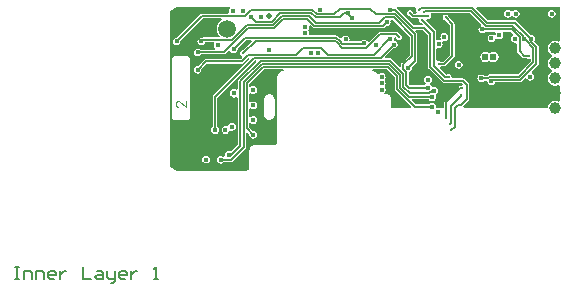
<source format=gbr>
G04 Layer_Physical_Order=2*
G04 Layer_Color=36540*
%FSLAX45Y45*%
%MOMM*%
%TF.FileFunction,Copper,L2,Inr,Signal*%
%TF.Part,Single*%
%TFFileComment,The blind Vias under BGA and Other Pads are Via-In-Pad (VIP)*%
G01*
G75*
%TA.AperFunction,Conductor*%
%ADD34C,0.12700*%
%ADD37C,0.15000*%
%TA.AperFunction,NonConductor*%
%ADD38C,0.10000*%
%ADD39C,0.15000*%
%TA.AperFunction,ViaPad*%
%ADD41C,1.50000*%
%TA.AperFunction,ComponentPad*%
%ADD42C,1.00000*%
%TA.AperFunction,ViaPad*%
%ADD43C,0.61000*%
%ADD44C,0.40100*%
%ADD45C,0.50000*%
%ADD46C,0.45100*%
%ADD47C,0.25000*%
%ADD48C,0.45000*%
G36*
X1421487Y-412616D02*
Y-513437D01*
X1422965Y-520870D01*
X1427175Y-527171D01*
X1558050Y-658046D01*
X1553190Y-669779D01*
X1388965D01*
Y-598610D01*
X1388426Y-597309D01*
X1388701Y-595928D01*
X1386372Y-584222D01*
X1384853Y-581949D01*
X1384320Y-579267D01*
X1377689Y-569344D01*
X1375416Y-567825D01*
X1373896Y-565551D01*
X1363973Y-558920D01*
X1361291Y-558387D01*
X1359018Y-556868D01*
X1347313Y-554540D01*
X1344631Y-555073D01*
X1341949Y-554540D01*
X1333927Y-556135D01*
X1328971Y-544172D01*
X1332323Y-541933D01*
X1339561Y-531100D01*
X1342103Y-518322D01*
X1339561Y-505543D01*
X1335734Y-499816D01*
X1333359Y-490766D01*
X1335734Y-481715D01*
X1339561Y-475988D01*
X1342103Y-463210D01*
X1339561Y-450431D01*
X1332323Y-439599D01*
Y-433610D01*
X1339561Y-422777D01*
X1342103Y-409999D01*
X1339561Y-397220D01*
X1332323Y-386387D01*
X1321490Y-379149D01*
X1308711Y-376607D01*
X1295933Y-379149D01*
X1285100Y-386387D01*
X1284709Y-386973D01*
X1278265Y-387122D01*
X1270141Y-385915D01*
X1270101Y-385871D01*
X1269784Y-384006D01*
X1265020Y-376423D01*
X1263477Y-375328D01*
X1262753Y-373580D01*
X1256419Y-367247D01*
X1254671Y-366523D01*
X1253576Y-364979D01*
X1245991Y-360214D01*
X1244127Y-359898D01*
X1242718Y-358638D01*
X1234264Y-355679D01*
X1232375Y-355785D01*
X1230720Y-354870D01*
X1221819Y-353866D01*
X1232996Y-341187D01*
X1350058D01*
X1421487Y-412616D01*
D02*
G37*
G36*
X24838Y171287D02*
X17599Y160454D01*
X15057Y147676D01*
X16649Y139672D01*
X8784Y126971D01*
X-213209D01*
X-220641Y125493D01*
X-226943Y121282D01*
X-226943Y121282D01*
X-424431Y-76205D01*
X-429371Y-75223D01*
X-442149Y-77764D01*
X-452982Y-85003D01*
X-460221Y-95836D01*
X-462763Y-108614D01*
X-460221Y-121393D01*
X-452982Y-132226D01*
X-442149Y-139464D01*
X-429371Y-142006D01*
X-416593Y-139464D01*
X-405760Y-132226D01*
X-398521Y-121393D01*
X-395979Y-108614D01*
X-396962Y-103674D01*
X-205163Y88125D01*
X-50210D01*
X-47629Y80604D01*
X-47486Y75425D01*
X-61859Y64396D01*
X-62788Y62788D01*
X-64396Y61859D01*
X-76418Y46192D01*
X-76899Y44398D01*
X-78212Y43084D01*
X-85770Y24840D01*
Y22982D01*
X-86699Y21373D01*
X-89276Y1794D01*
X-88795Y0D01*
X-89276Y-1794D01*
X-86699Y-21373D01*
X-85770Y-22982D01*
Y-24840D01*
X-78212Y-43084D01*
X-76899Y-44398D01*
X-76418Y-46192D01*
X-64396Y-61859D01*
X-70794Y-72795D01*
X-72109Y-74627D01*
X-204806D01*
X-204807Y-74627D01*
X-212240Y-76106D01*
X-212858Y-76518D01*
X-219371Y-75223D01*
X-232150Y-77764D01*
X-242982Y-85003D01*
X-250221Y-95836D01*
X-252763Y-108614D01*
X-250221Y-121393D01*
X-242982Y-132226D01*
X-232150Y-139464D01*
X-219371Y-142006D01*
X-206593Y-139464D01*
X-195760Y-132226D01*
X-188521Y-121393D01*
X-186946Y-113473D01*
X-115090D01*
X-108302Y-126173D01*
X-110438Y-129370D01*
X-112980Y-142149D01*
X-110438Y-154927D01*
X-103719Y-164983D01*
X-104621Y-169138D01*
X-108216Y-177683D01*
X-224820D01*
X-225294Y-176973D01*
X-236127Y-169734D01*
X-248906Y-167192D01*
X-261684Y-169734D01*
X-272517Y-176973D01*
X-279756Y-187806D01*
X-282297Y-200584D01*
X-279756Y-213363D01*
X-272517Y-224195D01*
X-261684Y-231434D01*
X-248906Y-233976D01*
X-236127Y-231434D01*
X-225294Y-224195D01*
X-220172Y-216529D01*
X-28178D01*
X-20745Y-215051D01*
X-14444Y-210840D01*
X12450Y-183947D01*
X26258Y-188099D01*
X32046Y-196761D01*
X42879Y-204000D01*
X55657Y-206541D01*
X68435Y-204000D01*
X79268Y-196761D01*
X86507Y-185928D01*
X89049Y-173150D01*
X88066Y-168209D01*
X159558Y-96717D01*
X203466D01*
X208326Y-108451D01*
X133413Y-183363D01*
X125796Y-184878D01*
X117461Y-190448D01*
X111891Y-198784D01*
X109935Y-208616D01*
X111891Y-218449D01*
X117461Y-226784D01*
X123163Y-230595D01*
X126142Y-241086D01*
X126313Y-245406D01*
X114971Y-256748D01*
X-180511D01*
X-180513Y-256748D01*
X-187946Y-258226D01*
X-194247Y-262437D01*
X-194248Y-262437D01*
X-246516Y-314705D01*
X-251456Y-313723D01*
X-264234Y-316264D01*
X-275067Y-323503D01*
X-282306Y-334336D01*
X-284848Y-347114D01*
X-282306Y-359893D01*
X-275067Y-370725D01*
X-264234Y-377964D01*
X-251456Y-380506D01*
X-238677Y-377964D01*
X-227845Y-370725D01*
X-220606Y-359893D01*
X-218064Y-347114D01*
X-219047Y-342174D01*
X-172468Y-295594D01*
X123017D01*
X130450Y-294115D01*
X136751Y-289905D01*
X180138Y-246518D01*
X182289Y-246945D01*
X186469Y-260726D01*
X-117284Y-564479D01*
X-121495Y-570780D01*
X-122973Y-578213D01*
Y-831383D01*
X-127161Y-834182D01*
X-134400Y-845015D01*
X-136942Y-857793D01*
X-134400Y-870572D01*
X-127161Y-881405D01*
X-116328Y-888643D01*
X-103550Y-891185D01*
X-90771Y-888643D01*
X-79939Y-881405D01*
X-72700Y-870572D01*
X-70158Y-857793D01*
X-72700Y-845015D01*
X-79939Y-834182D01*
X-84127Y-831383D01*
Y-586259D01*
X233891Y-268241D01*
X240168Y-269076D01*
X244713Y-282492D01*
X93415Y-433790D01*
X89204Y-440091D01*
X87726Y-447524D01*
Y-510758D01*
X75026Y-517546D01*
X72033Y-515547D01*
X58299Y-512815D01*
X44565Y-515547D01*
X32921Y-523327D01*
X25141Y-534970D01*
X22409Y-548704D01*
X25141Y-562439D01*
X32921Y-574082D01*
X44565Y-581862D01*
X58299Y-584594D01*
X72033Y-581862D01*
X75026Y-579862D01*
X87726Y-586651D01*
Y-982810D01*
X30291Y-1040244D01*
X24310Y-1036248D01*
X11532Y-1033706D01*
X-1247Y-1036248D01*
X-12080Y-1043486D01*
X-19318Y-1054319D01*
X-21860Y-1067098D01*
X-21226Y-1070288D01*
X-31099Y-1083364D01*
X-34133Y-1083645D01*
X-41397Y-1078791D01*
X-54176Y-1076249D01*
X-66954Y-1078791D01*
X-77787Y-1086029D01*
X-85026Y-1096862D01*
X-87568Y-1109640D01*
X-85026Y-1122419D01*
X-77787Y-1133252D01*
X-66954Y-1140490D01*
X-54176Y-1143032D01*
X-41397Y-1140490D01*
X-30565Y-1133252D01*
X-30231Y-1132753D01*
X-8970D01*
X-8127Y-1132921D01*
X30751D01*
X38184Y-1131442D01*
X44485Y-1127232D01*
X153582Y-1018135D01*
X153583Y-1018134D01*
X157793Y-1011833D01*
X159272Y-1004400D01*
X159272Y-1004399D01*
Y-881319D01*
X171005Y-876459D01*
X188220Y-893674D01*
X187237Y-898614D01*
X189779Y-911393D01*
X197018Y-922225D01*
X207850Y-929464D01*
X220629Y-932006D01*
X233407Y-929464D01*
X244240Y-922225D01*
X251479Y-911393D01*
X254021Y-898614D01*
X251479Y-885836D01*
X244240Y-875003D01*
X233407Y-867764D01*
X220629Y-865223D01*
X215689Y-866205D01*
X184672Y-835189D01*
Y-801609D01*
X195183Y-797877D01*
X197372Y-797462D01*
X207850Y-804464D01*
X220629Y-807006D01*
X233407Y-804464D01*
X244240Y-797225D01*
X251479Y-786393D01*
X254021Y-773614D01*
X251479Y-760836D01*
X244240Y-750003D01*
X233407Y-742764D01*
X220629Y-740223D01*
X207850Y-742764D01*
X197372Y-749766D01*
X195183Y-749351D01*
X184672Y-745620D01*
Y-676609D01*
X195183Y-672877D01*
X197372Y-672462D01*
X207850Y-679464D01*
X220629Y-682006D01*
X233407Y-679464D01*
X244240Y-672225D01*
X251479Y-661393D01*
X254021Y-648614D01*
X251479Y-635836D01*
X244240Y-625003D01*
X233407Y-617764D01*
X220629Y-615223D01*
X207850Y-617764D01*
X197372Y-624766D01*
X195183Y-624351D01*
X184672Y-620620D01*
Y-552160D01*
X186736Y-550489D01*
X197372Y-546534D01*
X205054Y-551668D01*
X217833Y-554209D01*
X230611Y-551668D01*
X241444Y-544429D01*
X248683Y-533596D01*
X251225Y-520818D01*
X248683Y-508039D01*
X241444Y-497207D01*
X230611Y-489968D01*
X217833Y-487426D01*
X205054Y-489968D01*
X197372Y-495101D01*
X186736Y-491147D01*
X184672Y-489476D01*
Y-469312D01*
X312796Y-341187D01*
X467003D01*
X478179Y-353866D01*
X469279Y-354870D01*
X467625Y-355785D01*
X465737Y-355679D01*
X457282Y-358638D01*
X455871Y-359898D01*
X454006Y-360215D01*
X446423Y-364980D01*
X445328Y-366523D01*
X443581Y-367247D01*
X437247Y-373580D01*
X436523Y-375327D01*
X434981Y-376421D01*
X430215Y-384005D01*
X429898Y-385870D01*
X428637Y-387281D01*
X425678Y-395736D01*
X425785Y-397625D01*
X424869Y-399281D01*
X423867Y-408181D01*
X424134Y-409108D01*
X423764Y-409999D01*
Y-959089D01*
X423068Y-965265D01*
X421318Y-970267D01*
X418500Y-974753D01*
X414753Y-978499D01*
X410266Y-981318D01*
X405264Y-983069D01*
X399088Y-983765D01*
X240000D01*
X239110Y-984134D01*
X238184Y-983867D01*
X229283Y-984869D01*
X227626Y-985785D01*
X225735Y-985678D01*
X217282Y-988637D01*
X215872Y-989897D01*
X214007Y-990214D01*
X206423Y-994979D01*
X205328Y-996522D01*
X203580Y-997246D01*
X197246Y-1003579D01*
X196522Y-1005328D01*
X194979Y-1006424D01*
X190214Y-1014009D01*
X189897Y-1015873D01*
X188637Y-1017283D01*
X185679Y-1025737D01*
X185785Y-1027626D01*
X184870Y-1029282D01*
X183867Y-1038182D01*
X184134Y-1039109D01*
X183765Y-1040000D01*
Y-1179088D01*
X183069Y-1185265D01*
X181319Y-1190265D01*
X178499Y-1194753D01*
X174752Y-1198500D01*
X170266Y-1201319D01*
X165264Y-1203069D01*
X159088Y-1203766D01*
X-425650D01*
X-483766Y-1170211D01*
X-483765Y150212D01*
X-425650Y183765D01*
X20652D01*
X24838Y171287D01*
D02*
G37*
G36*
X1701108Y-56983D02*
Y-325345D01*
X1702587Y-332778D01*
X1706797Y-339079D01*
X1823002Y-455284D01*
X1823003Y-455284D01*
X1829304Y-459495D01*
X1836737Y-460973D01*
X1836738Y-460973D01*
X1986634D01*
X1994587Y-470504D01*
X1992305Y-476852D01*
X1989462Y-481460D01*
X1980907Y-483162D01*
X1974450Y-487477D01*
X1973658D01*
X1966225Y-488955D01*
X1959924Y-493166D01*
X1842036Y-611054D01*
X1837825Y-617355D01*
X1836347Y-624788D01*
Y-669779D01*
X1774458D01*
X1767008Y-660701D01*
X1764466Y-647923D01*
X1757228Y-637090D01*
X1746395Y-629852D01*
X1733617Y-627310D01*
X1720838Y-629852D01*
X1710005Y-637090D01*
X1707207Y-641279D01*
X1596220D01*
X1561311Y-606370D01*
X1566171Y-594636D01*
X1705185D01*
X1710005Y-601850D01*
X1720838Y-609089D01*
X1733617Y-611631D01*
X1746395Y-609089D01*
X1757228Y-601850D01*
X1764466Y-591018D01*
X1767008Y-578239D01*
X1764466Y-565461D01*
X1770083Y-551007D01*
X1773084Y-549001D01*
X1780323Y-538168D01*
X1782865Y-525389D01*
X1780323Y-512611D01*
X1773084Y-501778D01*
X1762251Y-494540D01*
X1749473Y-491998D01*
X1744024Y-493082D01*
X1731041Y-487101D01*
X1723802Y-476268D01*
X1720459Y-474034D01*
Y-458760D01*
X1723921Y-456446D01*
X1731160Y-445613D01*
X1733701Y-432835D01*
X1731160Y-420056D01*
X1723921Y-409223D01*
X1713088Y-401985D01*
X1700310Y-399443D01*
X1687531Y-401985D01*
X1676698Y-409223D01*
X1669460Y-420056D01*
X1666918Y-432835D01*
X1669460Y-445613D01*
X1676698Y-456446D01*
X1679179Y-458103D01*
X1679899Y-470615D01*
X1670074Y-480551D01*
X1547084D01*
X1536533Y-470000D01*
Y-369230D01*
X1535415Y-363612D01*
X1546508Y-361406D01*
X1557341Y-354167D01*
X1564579Y-343335D01*
X1567121Y-330556D01*
X1566138Y-325616D01*
X1603344Y-288410D01*
X1607554Y-282109D01*
X1609032Y-274676D01*
Y-49245D01*
X1607554Y-41812D01*
X1603344Y-35510D01*
X1603343Y-35510D01*
X1592031Y-24198D01*
X1596891Y-12464D01*
X1656590D01*
X1701108Y-56983D01*
D02*
G37*
G36*
X2813765Y-103790D02*
X2802565Y-109777D01*
X2800029Y-108083D01*
X2775565Y-103217D01*
X2751100Y-108083D01*
X2730361Y-121941D01*
X2716503Y-142681D01*
X2711636Y-167145D01*
X2716503Y-191609D01*
X2730361Y-212349D01*
X2747182Y-223589D01*
X2747540Y-224637D01*
Y-236653D01*
X2747182Y-237701D01*
X2730361Y-248941D01*
X2716503Y-269681D01*
X2711636Y-294145D01*
X2716503Y-318609D01*
X2730361Y-339349D01*
X2747182Y-350589D01*
X2747540Y-351637D01*
Y-363653D01*
X2747182Y-364701D01*
X2730361Y-375941D01*
X2716503Y-396681D01*
X2711636Y-421145D01*
X2716503Y-445609D01*
X2730361Y-466349D01*
X2751100Y-480207D01*
X2775565Y-485073D01*
X2800029Y-480207D01*
X2802564Y-478513D01*
X2813765Y-484500D01*
Y-611790D01*
X2802564Y-617777D01*
X2800029Y-616083D01*
X2775565Y-611217D01*
X2751100Y-616083D01*
X2730361Y-629941D01*
X2716503Y-650681D01*
X2712704Y-669779D01*
X2005087D01*
X1998875Y-657079D01*
X2001138Y-653693D01*
X2002653Y-646076D01*
X2042940Y-605789D01*
X2042941Y-605788D01*
X2047151Y-599487D01*
X2048629Y-592054D01*
Y-475777D01*
X2048630Y-475776D01*
X2047151Y-468343D01*
X2042941Y-462041D01*
X2042940Y-462041D01*
X2008715Y-427816D01*
X2002414Y-423605D01*
X1994981Y-422127D01*
X1910230D01*
X1899694Y-410000D01*
X1897738Y-400167D01*
X1892168Y-391832D01*
X1883833Y-386262D01*
X1874000Y-384306D01*
X1864167Y-386262D01*
X1859465Y-389404D01*
X1853964D01*
X1800327Y-335767D01*
X1801240Y-328849D01*
X1803825Y-321305D01*
X1808540Y-318154D01*
X1835608D01*
X1843041Y-316676D01*
X1849342Y-312465D01*
X1918616Y-243192D01*
X1922826Y-236891D01*
X1924305Y-229458D01*
Y37799D01*
X1924305Y37800D01*
X1922826Y45233D01*
X1918616Y51535D01*
X1873798Y96353D01*
X1872283Y103970D01*
X1866713Y112305D01*
X1858377Y117875D01*
X1848545Y119831D01*
X1838712Y117875D01*
X1830377Y112305D01*
X1824807Y103970D01*
X1822851Y94137D01*
X1824807Y84304D01*
X1830377Y75969D01*
X1838712Y70399D01*
X1846329Y68884D01*
X1885458Y29755D01*
Y-221412D01*
X1827562Y-279308D01*
X1808540D01*
X1802083Y-274993D01*
X1792250Y-273038D01*
X1782417Y-274993D01*
X1782179Y-275153D01*
X1769479Y-268364D01*
Y-170010D01*
X1782179Y-162756D01*
X1791487Y-164608D01*
X1804266Y-162066D01*
X1815098Y-154827D01*
X1822337Y-143995D01*
X1824879Y-131216D01*
X1822337Y-118438D01*
X1818667Y-112946D01*
X1819792Y-110636D01*
X1827064Y-102653D01*
X1836756Y-104580D01*
X1849534Y-102039D01*
X1860367Y-94800D01*
X1867605Y-83967D01*
X1870147Y-71189D01*
X1867605Y-58410D01*
X1860367Y-47578D01*
X1849534Y-40339D01*
X1836756Y-37797D01*
X1823977Y-40339D01*
X1813144Y-47578D01*
X1805906Y-58410D01*
X1803364Y-71189D01*
X1805906Y-83967D01*
X1809576Y-89459D01*
X1808451Y-91769D01*
X1801179Y-99752D01*
X1791487Y-97825D01*
X1782179Y-99676D01*
X1769479Y-92422D01*
Y-26417D01*
X1767911Y-18535D01*
X1763446Y-11854D01*
X1683382Y68211D01*
X1683293Y68500D01*
X1687266Y82287D01*
X1691975Y83360D01*
X1701807Y81404D01*
X1711639Y83360D01*
X1719975Y88930D01*
X1725545Y97265D01*
X1727500Y107098D01*
X1725545Y116931D01*
X1722740Y121128D01*
X1728213Y133672D01*
X1728366Y133828D01*
X2052619D01*
X2149670Y36776D01*
X2145513Y22973D01*
X2136840Y17177D01*
X2129602Y6344D01*
X2127060Y-6434D01*
X2129602Y-19213D01*
X2136840Y-30045D01*
X2147673Y-37284D01*
X2160452Y-39826D01*
X2173230Y-37284D01*
X2184063Y-30045D01*
X2186862Y-25857D01*
X2269353D01*
X2276044Y-38557D01*
X2272499Y-43862D01*
X2271088Y-50955D01*
X2268497Y-52820D01*
X2257920Y-56268D01*
X2250088Y-51035D01*
X2237309Y-48493D01*
X2224531Y-51035D01*
X2213698Y-58273D01*
X2206459Y-69106D01*
X2203918Y-81885D01*
X2206459Y-94663D01*
X2213698Y-105496D01*
X2224531Y-112734D01*
X2237309Y-115276D01*
X2250088Y-112734D01*
X2260921Y-105496D01*
X2268159Y-94663D01*
X2269570Y-87570D01*
X2272161Y-85705D01*
X2282738Y-82257D01*
X2290571Y-87491D01*
X2303349Y-90033D01*
X2316128Y-87491D01*
X2326961Y-80252D01*
X2334199Y-69419D01*
X2336741Y-56641D01*
X2334199Y-43862D01*
X2330654Y-38557D01*
X2337346Y-25857D01*
X2403070D01*
X2420809Y-43597D01*
X2417732Y-58480D01*
X2411818Y-62432D01*
X2404579Y-73265D01*
X2402038Y-86044D01*
X2404579Y-98822D01*
X2411818Y-109655D01*
X2422651Y-116893D01*
X2435429Y-119435D01*
X2442406Y-118047D01*
X2455106Y-126396D01*
Y-191854D01*
X2456585Y-199287D01*
X2460795Y-205588D01*
X2498884Y-243677D01*
X2505185Y-247887D01*
X2512618Y-249366D01*
X2536867D01*
X2543324Y-253680D01*
X2553157Y-255636D01*
X2560074Y-254260D01*
X2569376Y-259383D01*
X2572774Y-262417D01*
Y-276861D01*
X2462358Y-387277D01*
X2218194D01*
X2210761Y-388755D01*
X2204460Y-392966D01*
X2196795Y-400631D01*
X2176586D01*
X2173788Y-396443D01*
X2162955Y-389204D01*
X2150177Y-386662D01*
X2137398Y-389204D01*
X2126565Y-396443D01*
X2119327Y-407276D01*
X2116785Y-420054D01*
X2119327Y-432833D01*
X2126565Y-443665D01*
X2137398Y-450904D01*
X2150177Y-453446D01*
X2162955Y-450904D01*
X2173788Y-443665D01*
X2176586Y-439477D01*
X2195809D01*
X2200998Y-445800D01*
X2203540Y-458578D01*
X2210779Y-469411D01*
X2221612Y-476650D01*
X2234390Y-479192D01*
X2247168Y-476650D01*
X2258001Y-469411D01*
X2265240Y-458578D01*
X2266643Y-451523D01*
X2480924D01*
X2488357Y-450045D01*
X2494658Y-445834D01*
X2521096Y-419397D01*
X2535548Y-422905D01*
X2540236Y-429920D01*
X2551069Y-437158D01*
X2563847Y-439700D01*
X2576626Y-437158D01*
X2587458Y-429920D01*
X2594697Y-419087D01*
X2597239Y-406309D01*
X2594697Y-393530D01*
X2587458Y-382697D01*
X2580443Y-378010D01*
X2576935Y-363557D01*
X2631331Y-309161D01*
X2635542Y-302860D01*
X2637020Y-295427D01*
Y-155962D01*
X2637020Y-155961D01*
X2635542Y-148528D01*
X2631331Y-142227D01*
X2631331Y-142226D01*
X2596407Y-107302D01*
X2602735Y-97831D01*
X2605276Y-85053D01*
X2602735Y-72274D01*
X2595496Y-61442D01*
X2584663Y-54203D01*
X2571885Y-51661D01*
X2566945Y-52644D01*
X2449360Y64940D01*
X2443059Y69150D01*
X2435626Y70629D01*
X2208536D01*
X2107134Y172032D01*
X2111994Y183765D01*
X2813765D01*
X2813765Y-103790D01*
D02*
G37*
G36*
X1600477Y171065D02*
X1598498Y168102D01*
X1596542Y158269D01*
X1598498Y148437D01*
X1604067Y140101D01*
X1605403Y139209D01*
X1601550Y126509D01*
X1579402D01*
X1572221Y133690D01*
X1570706Y141307D01*
X1565137Y149642D01*
X1556801Y155212D01*
X1546968Y157168D01*
X1537136Y155212D01*
X1528800Y149642D01*
X1523231Y141307D01*
X1521275Y131474D01*
X1523231Y121641D01*
X1528800Y113306D01*
X1537136Y107736D01*
X1544753Y106221D01*
X1557622Y93352D01*
X1563923Y89141D01*
X1571357Y87663D01*
X1611859D01*
X1621862Y74963D01*
X1621762Y74459D01*
X1623718Y64626D01*
X1629287Y56291D01*
X1637623Y50721D01*
X1643859Y49481D01*
X1654257Y39082D01*
X1648997Y26382D01*
X1577372D01*
X1432689Y171065D01*
X1435286Y180625D01*
X1437506Y183765D01*
X1593914D01*
X1600477Y171065D01*
D02*
G37*
G36*
X1544786Y-67811D02*
Y-220788D01*
X1476539Y-289036D01*
X1472329Y-295337D01*
X1470850Y-302770D01*
Y-318607D01*
X1459117Y-323467D01*
X1392879Y-257230D01*
X1386578Y-253020D01*
X1379145Y-251541D01*
X1337729D01*
X1332869Y-239808D01*
X1405500Y-167177D01*
X1410440Y-168159D01*
X1423219Y-165618D01*
X1434052Y-158379D01*
X1441290Y-147546D01*
X1443832Y-134768D01*
X1441290Y-121989D01*
X1434052Y-111156D01*
X1423219Y-103918D01*
X1410565Y-101401D01*
X1412560Y-91370D01*
X1410938Y-83216D01*
X1418318Y-72207D01*
X1419945Y-70955D01*
X1427969Y-70044D01*
X1430323Y-72398D01*
X1431838Y-80015D01*
X1437408Y-88350D01*
X1445744Y-93920D01*
X1455576Y-95876D01*
X1465409Y-93920D01*
X1473744Y-88350D01*
X1479314Y-80015D01*
X1481270Y-70182D01*
X1479314Y-60350D01*
X1473744Y-52014D01*
X1465409Y-46444D01*
X1457792Y-44929D01*
X1445312Y-32450D01*
X1439011Y-28239D01*
X1431578Y-26761D01*
X1294506D01*
X1287073Y-28239D01*
X1280772Y-32450D01*
X1202778Y-110444D01*
X1187895Y-107366D01*
X1183943Y-101452D01*
X1173110Y-94213D01*
X1160331Y-91672D01*
X1147553Y-94213D01*
X1136720Y-101452D01*
X1131578Y-109148D01*
X1042463D01*
X1034115Y-96448D01*
X1035502Y-89471D01*
X1032961Y-76693D01*
X1025722Y-65860D01*
X1014889Y-58621D01*
X1002111Y-56079D01*
X989332Y-58621D01*
X978499Y-65860D01*
X971261Y-76693D01*
X970989Y-78060D01*
X957209Y-82240D01*
X938529Y-63560D01*
X932227Y-59350D01*
X924794Y-57871D01*
X700981D01*
X692633Y-45171D01*
X694020Y-38194D01*
X691479Y-25416D01*
X688563Y-21052D01*
X685273Y-11624D01*
X688563Y-2197D01*
X691479Y2167D01*
X694020Y14946D01*
X692169Y24253D01*
X703439Y30945D01*
X724649Y9734D01*
X730950Y5524D01*
X738383Y4045D01*
X1321242D01*
X1328675Y5524D01*
X1334976Y9734D01*
X1345226Y19984D01*
X1350166Y19001D01*
X1362945Y21543D01*
X1373778Y28782D01*
X1381016Y39615D01*
X1383558Y52393D01*
X1381607Y62202D01*
X1388626Y74902D01*
X1402073D01*
X1544786Y-67811D01*
D02*
G37*
%LPC*%
G36*
X-179371Y-1075223D02*
X-192149Y-1077764D01*
X-202982Y-1085003D01*
X-210221Y-1095836D01*
X-212763Y-1108614D01*
X-210221Y-1121393D01*
X-202982Y-1132226D01*
X-192149Y-1139464D01*
X-179371Y-1142006D01*
X-166593Y-1139464D01*
X-155760Y-1132226D01*
X-148521Y-1121393D01*
X-145979Y-1108614D01*
X-148521Y-1095836D01*
X-155760Y-1085003D01*
X-166593Y-1077764D01*
X-179371Y-1075223D01*
D02*
G37*
G36*
X-333100Y-234235D02*
X-452196D01*
X-461916Y-238261D01*
X-465942Y-247982D01*
Y-758800D01*
X-461916Y-768520D01*
X-452196Y-772546D01*
X-333100D01*
X-323380Y-768520D01*
X-319354Y-758800D01*
Y-247982D01*
X-323380Y-238261D01*
X-333100Y-234235D01*
D02*
G37*
G36*
X39884Y-797470D02*
X27105Y-800012D01*
X16272Y-807250D01*
X9034Y-818083D01*
X8882Y-818845D01*
X-2102Y-826780D01*
X-14880Y-824239D01*
X-27659Y-826780D01*
X-38491Y-834019D01*
X-45730Y-844852D01*
X-48272Y-857630D01*
X-45730Y-870409D01*
X-38491Y-881242D01*
X-27659Y-888480D01*
X-14880Y-891022D01*
X-2102Y-888480D01*
X8731Y-881242D01*
X15970Y-870409D01*
X16121Y-869646D01*
X27105Y-861711D01*
X39884Y-864253D01*
X52662Y-861711D01*
X63495Y-854473D01*
X70733Y-843640D01*
X73275Y-830861D01*
X70733Y-818083D01*
X63495Y-807250D01*
X52662Y-800012D01*
X39884Y-797470D01*
D02*
G37*
G36*
X359312Y-554540D02*
X356630Y-555073D01*
X353948Y-554540D01*
X342243Y-556868D01*
X339970Y-558387D01*
X337288Y-558920D01*
X327365Y-565551D01*
X325846Y-567824D01*
X323572Y-569344D01*
X316941Y-579267D01*
X316408Y-581949D01*
X314889Y-584222D01*
X312560Y-595928D01*
X312835Y-597309D01*
X312296Y-598610D01*
Y-728609D01*
X312835Y-729910D01*
X312560Y-731291D01*
X314889Y-742997D01*
X316408Y-745270D01*
X316941Y-747952D01*
X323572Y-757875D01*
X325845Y-759394D01*
X327365Y-761668D01*
X337288Y-768299D01*
X339970Y-768832D01*
X342243Y-770351D01*
X353948Y-772679D01*
X356630Y-772146D01*
X359312Y-772679D01*
X371018Y-770351D01*
X373291Y-768832D01*
X375973Y-768299D01*
X385896Y-761668D01*
X387415Y-759395D01*
X389689Y-757875D01*
X396320Y-747952D01*
X396853Y-745270D01*
X398372Y-742997D01*
X400700Y-731291D01*
X400426Y-729910D01*
X400965Y-728609D01*
Y-598610D01*
X400426Y-597309D01*
X400700Y-595928D01*
X398372Y-584222D01*
X396853Y-581949D01*
X396320Y-579267D01*
X389689Y-569344D01*
X387416Y-567825D01*
X385896Y-565551D01*
X375973Y-558920D01*
X373291Y-558387D01*
X371018Y-556868D01*
X359312Y-554540D01*
D02*
G37*
G36*
X2746519Y160149D02*
X2733740Y157607D01*
X2722907Y150369D01*
X2715669Y139536D01*
X2713127Y126757D01*
X2715669Y113979D01*
X2722907Y103146D01*
X2733740Y95908D01*
X2746519Y93366D01*
X2759297Y95908D01*
X2770130Y103146D01*
X2777368Y113979D01*
X2779910Y126757D01*
X2777368Y139536D01*
X2770130Y150369D01*
X2759297Y157607D01*
X2746519Y160149D01*
D02*
G37*
G36*
X2441263Y160147D02*
X2428484Y157605D01*
X2417651Y150367D01*
X2416865Y149190D01*
X2401762Y148933D01*
X2390930Y156171D01*
X2378151Y158713D01*
X2365373Y156171D01*
X2354540Y148933D01*
X2347301Y138100D01*
X2344760Y125321D01*
X2347301Y112543D01*
X2354540Y101710D01*
X2365373Y94471D01*
X2378151Y91930D01*
X2390930Y94471D01*
X2401763Y101710D01*
X2402549Y102887D01*
X2417652Y103144D01*
X2428484Y95906D01*
X2441263Y93364D01*
X2454041Y95906D01*
X2464874Y103144D01*
X2472112Y113977D01*
X2474654Y126756D01*
X2472112Y139534D01*
X2464874Y150367D01*
X2454041Y157605D01*
X2441263Y160147D01*
D02*
G37*
G36*
X2253200Y-195054D02*
X2236344Y-198407D01*
X2222055Y-207955D01*
X2216395D01*
X2202106Y-198407D01*
X2185250Y-195054D01*
X2168394Y-198407D01*
X2154105Y-207955D01*
X2144557Y-222244D01*
X2141204Y-239100D01*
X2144557Y-255956D01*
X2154105Y-270245D01*
X2168394Y-279793D01*
X2185250Y-283146D01*
X2202106Y-279793D01*
X2216395Y-270245D01*
X2222055D01*
X2236344Y-279793D01*
X2253200Y-283146D01*
X2270056Y-279793D01*
X2284345Y-270245D01*
X2293893Y-255956D01*
X2297246Y-239100D01*
X2293893Y-222244D01*
X2284345Y-207955D01*
X2270056Y-198407D01*
X2253200Y-195054D01*
D02*
G37*
G36*
X1959635Y-272912D02*
X1946856Y-275454D01*
X1936023Y-282692D01*
X1928785Y-293525D01*
X1926243Y-306303D01*
X1928785Y-319082D01*
X1936023Y-329915D01*
X1946856Y-337153D01*
X1959635Y-339695D01*
X1972413Y-337153D01*
X1983246Y-329915D01*
X1990484Y-319082D01*
X1993026Y-306303D01*
X1990484Y-293525D01*
X1983246Y-282692D01*
X1972413Y-275454D01*
X1959635Y-272912D01*
D02*
G37*
%LPD*%
D34*
X-245428Y-197106D02*
X-28178D01*
X176428Y7500D01*
X-248906Y-200584D02*
X-245428Y-197106D01*
X375163Y58300D02*
X450908Y134046D01*
X385684Y32900D02*
X461429Y108646D01*
X396205Y7500D02*
X471950Y83246D01*
X2515076Y-85193D02*
Y-74474D01*
X2435626Y51206D02*
X2571885Y-85053D01*
X2414796Y25806D02*
X2515076Y-74474D01*
X2200491Y51206D02*
X2435626D01*
X2571885Y-110249D02*
Y-85053D01*
X2160452Y-6434D02*
X2411115D01*
X2188109Y25806D02*
X2414796D01*
X1730591Y-575213D02*
X1733617Y-578239D01*
X1538607Y-575213D02*
X1730591D01*
X1431578Y-46184D02*
X1455576Y-70182D01*
X1294506Y-46184D02*
X1431578D01*
X1176527Y-164163D02*
X1294506Y-46184D01*
X852308Y-219425D02*
X1243503D01*
X229099Y-245564D02*
X1299644D01*
X283709Y-270964D02*
X1379145D01*
X294230Y-296364D02*
X1368624D01*
X304751Y-321764D02*
X1358103D01*
X975263Y-164163D02*
X1176527D01*
X1371558Y-91370D02*
X1379168D01*
X988409Y129283D02*
X1026488D01*
X954737Y95611D02*
X988409Y129283D01*
X748406Y95611D02*
X954737D01*
X953380Y168383D02*
X1211662D01*
X906008Y121011D02*
X953380Y168383D01*
X1904881Y-229458D02*
Y37800D01*
X1835608Y-298731D02*
X1904881Y-229458D01*
X1792250Y-298731D02*
X1835608D01*
X1848545Y94137D02*
X1904881Y37800D01*
X1678531Y107098D02*
X1701807D01*
X1678514Y107081D02*
X1678531Y107098D01*
X1678509Y107086D02*
X1678514Y107081D01*
X1571357Y107086D02*
X1678509D01*
X1546968Y131474D02*
X1571357Y107086D01*
X1243503Y-219425D02*
X1371558Y-91370D01*
X1299644Y-245564D02*
X1410440Y-134768D01*
X1377272Y159770D02*
X1416516D01*
X1569327Y6959D01*
X1420640Y119725D02*
X1589609Y-49245D01*
X1260320Y119725D02*
X1420640D01*
X1410119Y94325D02*
X1564209Y-59765D01*
X1332407Y94325D02*
X1410119D01*
X1286950Y48869D02*
X1332407Y94325D01*
X1211662Y168383D02*
X1260320Y119725D01*
X748904Y48869D02*
X1286950D01*
X1569327Y6959D02*
X1664635D01*
X1720531Y-48937D01*
X1589609Y-274676D02*
Y-49245D01*
X1564209Y-228834D02*
Y-59765D01*
X1720531Y-325345D02*
Y-48937D01*
Y-325345D02*
X1836737Y-441550D01*
X1994981D01*
X2029206Y-475776D01*
Y-592054D02*
Y-475776D01*
X1673528Y153251D02*
X2060664D01*
X1642617Y178651D02*
X2073046D01*
X1490273Y-302770D02*
X1564209Y-228834D01*
X1490273Y-342394D02*
Y-302770D01*
Y-342394D02*
X1517110Y-369230D01*
X2060664Y153251D02*
X2188109Y25806D01*
X2073046Y178651D02*
X2200491Y51206D01*
X1622236Y158269D02*
X1642617Y178651D01*
X1662235Y141959D02*
X1673528Y153251D01*
X2411115Y-6434D02*
X2474529Y-69848D01*
Y-191854D02*
Y-69848D01*
Y-191854D02*
X2512618Y-229942D01*
X2553157D01*
X758927Y121011D02*
X906008D01*
X1533729Y-330556D02*
X1589609Y-274676D01*
X639089Y-163614D02*
X796497D01*
X2150177Y-420054D02*
X2204840D01*
X1588175Y-660702D02*
X1733617D01*
X1539038Y-499974D02*
X1699663D01*
X1977400Y-643860D02*
X2029206Y-592054D01*
X1440910Y-513437D02*
X1588175Y-660702D01*
X1733617D02*
Y-654452D01*
X2592197Y-284906D02*
Y-166482D01*
X2617597Y-295427D02*
Y-155961D01*
X2470403Y-406700D02*
X2592197Y-284906D01*
X2525529Y-99814D02*
X2592197Y-166482D01*
X2480924Y-432100D02*
X2617597Y-295427D01*
X2571885Y-110249D02*
X2617597Y-155961D01*
X1379145Y-270964D02*
X1491710Y-383529D01*
X1368624Y-296364D02*
X1466310Y-394050D01*
X1358103Y-321764D02*
X1440910Y-404571D01*
X-103550Y-578213D02*
X229099Y-245564D01*
X1517110Y-478046D02*
Y-369230D01*
Y-478046D02*
X1539038Y-499974D01*
X1491710Y-492395D02*
Y-383529D01*
X1466310Y-502916D02*
X1538607Y-575213D01*
X1466310Y-502916D02*
Y-394050D01*
X1440910Y-513437D02*
Y-404571D01*
X139849Y-450745D02*
X294230Y-296364D01*
X165249Y-461266D02*
X304751Y-321764D01*
X2248090Y-432100D02*
X2480924D01*
X2234390Y-445800D02*
X2248090Y-432100D01*
X2204840Y-420054D02*
X2218194Y-406700D01*
X2470403D01*
X1927910Y-668420D02*
X1952470Y-643860D01*
X1977400D01*
X1895210Y-654875D02*
X1977400Y-572685D01*
Y-558100D01*
X1897740Y-860000D02*
X1927910Y-829830D01*
X1887860Y-810000D02*
X1895210Y-802650D01*
X1927910Y-829830D02*
Y-668420D01*
X1895210Y-802650D02*
Y-654875D01*
X1973658Y-506900D02*
X1990739D01*
X1855770Y-624788D02*
X1973658Y-506900D01*
X1855770Y-760000D02*
Y-624788D01*
X-251456Y-347114D02*
X-180513Y-276171D01*
X954060Y-107040D02*
Y-106560D01*
X-54176Y-1109640D02*
X-50319Y-1113498D01*
X-48973D01*
X-48805Y-1113330D01*
X-8295D01*
X-8127Y-1113498D01*
X30751D01*
X139849Y-1004400D01*
X11532Y-1067098D02*
X30906D01*
X107149Y-990855D01*
X-204807Y-94050D02*
X38957D01*
X-219371Y-108614D02*
X-204807Y-94050D01*
X-180513Y-276171D02*
X123017D01*
X-103550Y-857793D02*
Y-578213D01*
X-429371Y-108614D02*
X-213209Y107548D01*
X450908Y134046D02*
X709971D01*
X461429Y108646D02*
X689127D01*
X203829Y98296D02*
X243825Y58300D01*
X375163D01*
X-213209Y107548D02*
X147462D01*
X199360Y159446D01*
X720492D01*
X165907Y32900D02*
X385684D01*
X38957Y-94050D02*
X165907Y32900D01*
X176428Y7500D02*
X396205D01*
X689127Y108646D02*
X748904Y48869D01*
X471950Y83246D02*
X678606D01*
X55657Y-173150D02*
X151513Y-77294D01*
X924794D01*
X954060Y-106560D01*
Y-107040D02*
X975591Y-128571D01*
X928660Y-117561D02*
Y-117081D01*
X135629Y-208616D02*
X241551Y-102694D01*
X914274D01*
X928660Y-117081D01*
X1160331Y-125063D02*
X1163839Y-128571D01*
X107149Y-990855D02*
Y-447524D01*
X283709Y-270964D01*
X139849Y-1004400D02*
Y-450745D01*
X165249Y-843234D02*
X220629Y-898614D01*
X165249Y-843234D02*
Y-461266D01*
X582539Y-220164D02*
X639089Y-163614D01*
X123017Y-276171D02*
X179023Y-220164D01*
X582539D01*
X720492Y159446D02*
X758927Y121011D01*
X709971Y134046D02*
X748406Y95611D01*
X928660Y-117561D02*
X975263Y-164163D01*
X796497Y-163614D02*
X852308Y-219425D01*
X1321242Y23469D02*
X1350166Y52393D01*
X678606Y83246D02*
X738383Y23469D01*
X1321242D01*
X1026488Y120636D02*
Y129283D01*
Y120636D02*
X1059155Y87969D01*
X1491710Y-492395D02*
X1543854Y-544539D01*
X1711971D01*
X1731121Y-525389D02*
X1749473D01*
X1711971Y-544539D02*
X1731121Y-525389D01*
X975591Y-128571D02*
X1163839D01*
D37*
X1748883Y-313450D02*
Y-26417D01*
X1648068Y74398D02*
X1748883Y-26417D01*
X1647516Y74398D02*
X1648068D01*
X1647455Y74459D02*
X1647516Y74398D01*
X1845433Y-410000D02*
X1874000D01*
X1748883Y-313450D02*
X1845433Y-410000D01*
D38*
X-353395Y-611466D02*
Y-664782D01*
X-406711Y-611466D01*
X-420041D01*
X-433369Y-624795D01*
Y-651453D01*
X-420041Y-664782D01*
D39*
X-1800569Y-2022042D02*
X-1767247D01*
X-1783908D01*
Y-2122009D01*
X-1800569D01*
X-1767247D01*
X-1717263D02*
Y-2055364D01*
X-1667279D01*
X-1650618Y-2072026D01*
Y-2122009D01*
X-1617295D02*
Y-2055364D01*
X-1567311D01*
X-1550650Y-2072026D01*
Y-2122009D01*
X-1467344D02*
X-1500666D01*
X-1517327Y-2105348D01*
Y-2072026D01*
X-1500666Y-2055364D01*
X-1467344D01*
X-1450682Y-2072026D01*
Y-2088687D01*
X-1517327D01*
X-1417360Y-2055364D02*
Y-2122009D01*
Y-2088687D01*
X-1400698Y-2072026D01*
X-1384037Y-2055364D01*
X-1367376D01*
X-1217424Y-2022042D02*
Y-2122009D01*
X-1150779D01*
X-1100795Y-2055364D02*
X-1067472D01*
X-1050811Y-2072026D01*
Y-2122009D01*
X-1100795D01*
X-1117456Y-2105348D01*
X-1100795Y-2088687D01*
X-1050811D01*
X-1017488Y-2055364D02*
Y-2105348D01*
X-1000827Y-2122009D01*
X-950843D01*
Y-2138671D01*
X-967505Y-2155332D01*
X-984166D01*
X-950843Y-2122009D02*
Y-2055364D01*
X-867537Y-2122009D02*
X-900859D01*
X-917521Y-2105348D01*
Y-2072026D01*
X-900859Y-2055364D01*
X-867537D01*
X-850876Y-2072026D01*
Y-2088687D01*
X-917521D01*
X-817553Y-2055364D02*
Y-2122009D01*
Y-2088687D01*
X-800891Y-2072026D01*
X-784230Y-2055364D01*
X-767569D01*
X-617617Y-2122009D02*
X-584295D01*
X-600956D01*
Y-2022042D01*
X-617617Y-2038703D01*
D41*
X0Y0D02*
D03*
D42*
X2775565Y-167145D02*
D03*
Y-294145D02*
D03*
Y-421145D02*
D03*
Y-548145D02*
D03*
Y-675145D02*
D03*
D43*
X2253200Y-239100D02*
D03*
X2185250D02*
D03*
D44*
X5629Y-222019D02*
D03*
X134100Y151300D02*
D03*
X308700Y-478600D02*
D03*
X660629Y14946D02*
D03*
Y-38194D02*
D03*
X2515076Y-85193D02*
D03*
X2435429Y-86044D02*
D03*
X2571885Y-85053D02*
D03*
X2303349Y-56641D02*
D03*
X2281452Y-121329D02*
D03*
X1485221Y164631D02*
D03*
X1260200Y-142363D02*
D03*
X1379168Y-91370D02*
D03*
X1026488Y129283D02*
D03*
X1862215Y-131216D02*
D03*
X1410440Y-134768D02*
D03*
X1377272Y159770D02*
D03*
X1350166Y52393D02*
D03*
X1791487Y-131216D02*
D03*
X2160452Y-6434D02*
D03*
X2378151Y125321D02*
D03*
X2441263Y126756D02*
D03*
X1533729Y-330556D02*
D03*
X711369Y-205304D02*
D03*
X2150177Y-420054D02*
D03*
X1787683Y-709609D02*
D03*
X1733617Y-660702D02*
D03*
X1160331Y-125063D02*
D03*
X1700310Y-432835D02*
D03*
X2237309Y-81885D02*
D03*
X1836756Y-71189D02*
D03*
X1308711Y-518322D02*
D03*
X2746519Y126757D02*
D03*
X-219371Y-108614D02*
D03*
X-179371Y-1108614D02*
D03*
X48449Y147676D02*
D03*
X1308711Y-463210D02*
D03*
X1959635Y-306303D02*
D03*
X220629Y-773614D02*
D03*
X-251456Y-347114D02*
D03*
X-248906Y-200584D02*
D03*
X-429371Y-108614D02*
D03*
X1080234Y-87075D02*
D03*
X203829Y98296D02*
D03*
X286530Y97400D02*
D03*
X217833Y-520818D02*
D03*
X-54176Y-1109640D02*
D03*
X220629Y-898614D02*
D03*
Y-648614D02*
D03*
X-103550Y-857793D02*
D03*
X-14880Y-857630D02*
D03*
X11532Y-1067098D02*
D03*
X39884Y-830861D02*
D03*
X767720Y-205450D02*
D03*
X1002111Y-89471D02*
D03*
X1053390Y-46364D02*
D03*
X55657Y-173150D02*
D03*
X-79588Y-142149D02*
D03*
X785447Y160111D02*
D03*
X1059155Y87969D02*
D03*
X2234390Y-445800D02*
D03*
X2563847Y-406309D02*
D03*
X1749473Y-525389D02*
D03*
X1700191Y-499880D02*
D03*
X1733617Y-578239D02*
D03*
X1308711Y-409999D02*
D03*
X1752200Y-447500D02*
D03*
D45*
X350629Y106386D02*
D03*
D46*
X2310000Y123000D02*
D03*
X1671000Y-617600D02*
D03*
X2096692Y-360874D02*
D03*
X2394356Y-489311D02*
D03*
X2470719Y-288784D02*
D03*
X-227400Y-822300D02*
D03*
X-124381Y149476D02*
D03*
X-39401Y-421304D02*
D03*
X-144201Y-420064D02*
D03*
X2369599Y-286824D02*
D03*
X1471937Y-629986D02*
D03*
X2116320Y-644370D02*
D03*
X-332200Y-211500D02*
D03*
X1171979Y-49214D02*
D03*
X58249Y-613964D02*
D03*
X-28550Y-1162230D02*
D03*
X-130071Y-26954D02*
D03*
D47*
X1455576Y-70182D02*
D03*
X1701807Y107098D02*
D03*
X1546968Y131474D02*
D03*
X1647455Y74459D02*
D03*
X1874000Y-410000D02*
D03*
X1848545Y94137D02*
D03*
X1792250Y-298731D02*
D03*
X1622236Y158269D02*
D03*
X1662235Y141959D02*
D03*
X2553157Y-229942D02*
D03*
X1897740Y-860000D02*
D03*
X1977400Y-643860D02*
D03*
X1887860Y-810000D02*
D03*
X1977400Y-558100D02*
D03*
X1855770Y-760000D02*
D03*
X1990739Y-506900D02*
D03*
X135629Y-208616D02*
D03*
D48*
X350629Y-178614D02*
D03*
X58299Y-548704D02*
D03*
%TF.MD5,29704520f89279fc16cef45d82ef7d1e*%
M02*

</source>
